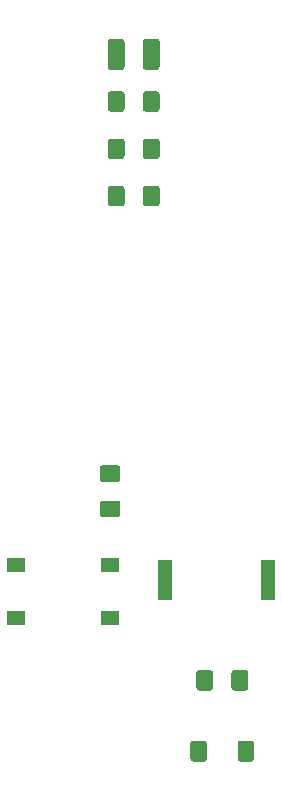
<source format=gbr>
G04 #@! TF.GenerationSoftware,KiCad,Pcbnew,5.1.6-c6e7f7d~86~ubuntu20.04.1*
G04 #@! TF.CreationDate,2020-06-08T22:34:45+01:00*
G04 #@! TF.ProjectId,spikeling,7370696b-656c-4696-9e67-2e6b69636164,rev?*
G04 #@! TF.SameCoordinates,Original*
G04 #@! TF.FileFunction,Paste,Top*
G04 #@! TF.FilePolarity,Positive*
%FSLAX46Y46*%
G04 Gerber Fmt 4.6, Leading zero omitted, Abs format (unit mm)*
G04 Created by KiCad (PCBNEW 5.1.6-c6e7f7d~86~ubuntu20.04.1) date 2020-06-08 22:34:45*
%MOMM*%
%LPD*%
G01*
G04 APERTURE LIST*
%ADD10R,1.300000X3.400000*%
%ADD11R,1.550000X1.300000*%
G04 APERTURE END LIST*
G36*
G01*
X176275000Y-105125000D02*
X176275000Y-103875000D01*
G75*
G02*
X176525000Y-103625000I250000J0D01*
G01*
X177450000Y-103625000D01*
G75*
G02*
X177700000Y-103875000I0J-250000D01*
G01*
X177700000Y-105125000D01*
G75*
G02*
X177450000Y-105375000I-250000J0D01*
G01*
X176525000Y-105375000D01*
G75*
G02*
X176275000Y-105125000I0J250000D01*
G01*
G37*
G36*
G01*
X173300000Y-105125000D02*
X173300000Y-103875000D01*
G75*
G02*
X173550000Y-103625000I250000J0D01*
G01*
X174475000Y-103625000D01*
G75*
G02*
X174725000Y-103875000I0J-250000D01*
G01*
X174725000Y-105125000D01*
G75*
G02*
X174475000Y-105375000I-250000J0D01*
G01*
X173550000Y-105375000D01*
G75*
G02*
X173300000Y-105125000I0J250000D01*
G01*
G37*
G36*
G01*
X167225000Y-62875000D02*
X167225000Y-64125000D01*
G75*
G02*
X166975000Y-64375000I-250000J0D01*
G01*
X166050000Y-64375000D01*
G75*
G02*
X165800000Y-64125000I0J250000D01*
G01*
X165800000Y-62875000D01*
G75*
G02*
X166050000Y-62625000I250000J0D01*
G01*
X166975000Y-62625000D01*
G75*
G02*
X167225000Y-62875000I0J-250000D01*
G01*
G37*
G36*
G01*
X170200000Y-62875000D02*
X170200000Y-64125000D01*
G75*
G02*
X169950000Y-64375000I-250000J0D01*
G01*
X169025000Y-64375000D01*
G75*
G02*
X168775000Y-64125000I0J250000D01*
G01*
X168775000Y-62875000D01*
G75*
G02*
X169025000Y-62625000I250000J0D01*
G01*
X169950000Y-62625000D01*
G75*
G02*
X170200000Y-62875000I0J-250000D01*
G01*
G37*
G36*
G01*
X165375000Y-89275000D02*
X166625000Y-89275000D01*
G75*
G02*
X166875000Y-89525000I0J-250000D01*
G01*
X166875000Y-90450000D01*
G75*
G02*
X166625000Y-90700000I-250000J0D01*
G01*
X165375000Y-90700000D01*
G75*
G02*
X165125000Y-90450000I0J250000D01*
G01*
X165125000Y-89525000D01*
G75*
G02*
X165375000Y-89275000I250000J0D01*
G01*
G37*
G36*
G01*
X165375000Y-86300000D02*
X166625000Y-86300000D01*
G75*
G02*
X166875000Y-86550000I0J-250000D01*
G01*
X166875000Y-87475000D01*
G75*
G02*
X166625000Y-87725000I-250000J0D01*
G01*
X165375000Y-87725000D01*
G75*
G02*
X165125000Y-87475000I0J250000D01*
G01*
X165125000Y-86550000D01*
G75*
G02*
X165375000Y-86300000I250000J0D01*
G01*
G37*
G36*
G01*
X168775000Y-60125000D02*
X168775000Y-58875000D01*
G75*
G02*
X169025000Y-58625000I250000J0D01*
G01*
X169950000Y-58625000D01*
G75*
G02*
X170200000Y-58875000I0J-250000D01*
G01*
X170200000Y-60125000D01*
G75*
G02*
X169950000Y-60375000I-250000J0D01*
G01*
X169025000Y-60375000D01*
G75*
G02*
X168775000Y-60125000I0J250000D01*
G01*
G37*
G36*
G01*
X165800000Y-60125000D02*
X165800000Y-58875000D01*
G75*
G02*
X166050000Y-58625000I250000J0D01*
G01*
X166975000Y-58625000D01*
G75*
G02*
X167225000Y-58875000I0J-250000D01*
G01*
X167225000Y-60125000D01*
G75*
G02*
X166975000Y-60375000I-250000J0D01*
G01*
X166050000Y-60375000D01*
G75*
G02*
X165800000Y-60125000I0J250000D01*
G01*
G37*
G36*
G01*
X168775000Y-56125000D02*
X168775000Y-54875000D01*
G75*
G02*
X169025000Y-54625000I250000J0D01*
G01*
X169950000Y-54625000D01*
G75*
G02*
X170200000Y-54875000I0J-250000D01*
G01*
X170200000Y-56125000D01*
G75*
G02*
X169950000Y-56375000I-250000J0D01*
G01*
X169025000Y-56375000D01*
G75*
G02*
X168775000Y-56125000I0J250000D01*
G01*
G37*
G36*
G01*
X165800000Y-56125000D02*
X165800000Y-54875000D01*
G75*
G02*
X166050000Y-54625000I250000J0D01*
G01*
X166975000Y-54625000D01*
G75*
G02*
X167225000Y-54875000I0J-250000D01*
G01*
X167225000Y-56125000D01*
G75*
G02*
X166975000Y-56375000I-250000J0D01*
G01*
X166050000Y-56375000D01*
G75*
G02*
X165800000Y-56125000I0J250000D01*
G01*
G37*
D10*
X179350000Y-96000000D03*
X170650000Y-96000000D03*
G36*
G01*
X170200000Y-50425000D02*
X170200000Y-52575000D01*
G75*
G02*
X169950000Y-52825000I-250000J0D01*
G01*
X169025000Y-52825000D01*
G75*
G02*
X168775000Y-52575000I0J250000D01*
G01*
X168775000Y-50425000D01*
G75*
G02*
X169025000Y-50175000I250000J0D01*
G01*
X169950000Y-50175000D01*
G75*
G02*
X170200000Y-50425000I0J-250000D01*
G01*
G37*
G36*
G01*
X167225000Y-50425000D02*
X167225000Y-52575000D01*
G75*
G02*
X166975000Y-52825000I-250000J0D01*
G01*
X166050000Y-52825000D01*
G75*
G02*
X165800000Y-52575000I0J250000D01*
G01*
X165800000Y-50425000D01*
G75*
G02*
X166050000Y-50175000I250000J0D01*
G01*
X166975000Y-50175000D01*
G75*
G02*
X167225000Y-50425000I0J-250000D01*
G01*
G37*
G36*
G01*
X172800000Y-111150001D02*
X172800000Y-109849999D01*
G75*
G02*
X173049999Y-109600000I249999J0D01*
G01*
X173950001Y-109600000D01*
G75*
G02*
X174200000Y-109849999I0J-249999D01*
G01*
X174200000Y-111150001D01*
G75*
G02*
X173950001Y-111400000I-249999J0D01*
G01*
X173049999Y-111400000D01*
G75*
G02*
X172800000Y-111150001I0J249999D01*
G01*
G37*
G36*
G01*
X176800000Y-111150001D02*
X176800000Y-109849999D01*
G75*
G02*
X177049999Y-109600000I249999J0D01*
G01*
X177950001Y-109600000D01*
G75*
G02*
X178200000Y-109849999I0J-249999D01*
G01*
X178200000Y-111150001D01*
G75*
G02*
X177950001Y-111400000I-249999J0D01*
G01*
X177049999Y-111400000D01*
G75*
G02*
X176800000Y-111150001I0J249999D01*
G01*
G37*
D11*
X165975000Y-94750000D03*
X165975000Y-99250000D03*
X158025000Y-99250000D03*
X158025000Y-94750000D03*
M02*

</source>
